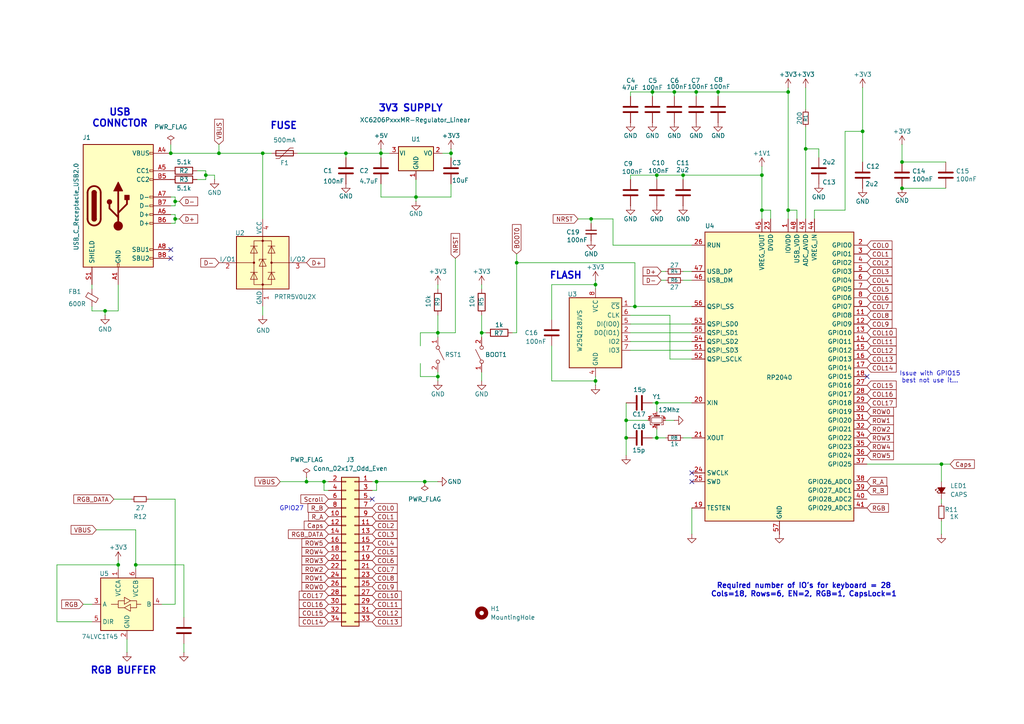
<source format=kicad_sch>
(kicad_sch (version 20231120) (generator "eeschema") (generator_version "8.0")
  (paper "A4")
  (title_block (title "RP2040 Module Board") (date "2025-01-09") (rev "2.0") (company "Michael O'Toole"))
  (junction (at 172.72 82.55))
  (junction (at 39.37 163.83))
  (junction (at 50.8 63.5))
  (junction (at 109.22 139.7))
  (junction (at 228.6 60.96))
  (junction (at 110.49 44.45))
  (junction (at 261.62 54.61))
  (junction (at 172.72 110.49))
  (junction (at 181.61 121.92))
  (junction (at 171.45 63.5))
  (junction (at 190.5 50.8))
  (junction (at 149.86 76.2))
  (junction (at 130.81 44.45))
  (junction (at 127 96.52))
  (junction (at 195.58 26.67))
  (junction (at 250.19 38.1))
  (junction (at 30.48 90.17))
  (junction (at 181.61 127))
  (junction (at 76.2 44.45))
  (junction (at 261.62 46.99))
  (junction (at 198.12 50.8))
  (junction (at 208.28 26.67))
  (junction (at 201.93 26.67))
  (junction (at 189.23 26.67))
  (junction (at 50.8 58.42))
  (junction (at 63.5 44.45))
  (junction (at 220.98 60.96))
  (junction (at 220.98 50.8))
  (junction (at 228.6 26.67))
  (junction (at 123.19 139.7))
  (junction (at 34.29 163.83))
  (junction (at 49.53 44.45))
  (junction (at 273.05 134.62))
  (junction (at 233.68 43.18))
  (junction (at 184.15 88.9))
  (junction (at 190.5 127))
  (junction (at 100.33 44.45))
  (junction (at 120.65 57.15))
  (junction (at 190.5 116.84))
  (junction (at 139.7 96.52))
  (junction (at 127 109.22))
  (junction (at 59.69 50.8))
  (junction (at 93.98 139.7))
  (junction (at 88.9 139.7))
  (no_connect (at 200.66 139.7))
  (no_connect (at 49.53 74.93))
  (no_connect (at 251.46 109.22))
  (no_connect (at 107.95 144.78))
  (no_connect (at 49.53 72.39))
  (no_connect (at 200.66 137.16))
  (wire (pts (xy 198.12 50.8) (xy 220.98 50.8)))
  (wire (pts (xy 110.49 44.45) (xy 113.03 44.45)))
  (wire (pts (xy 201.93 26.67) (xy 201.93 27.94)))
  (wire (pts (xy 123.19 139.7) (xy 109.22 139.7)))
  (wire (pts (xy 34.29 162.56) (xy 34.29 163.83)))
  (wire (pts (xy 120.65 57.15) (xy 120.65 58.42)))
  (wire (pts (xy 190.5 119.38) (xy 190.5 116.84)))
  (wire (pts (xy 49.53 59.69) (xy 50.8 59.69)))
  (wire (pts (xy 127 91.44) (xy 127 96.52)))
  (wire (pts (xy 273.05 154.94) (xy 273.05 151.13)))
  (wire (pts (xy 191.77 81.28) (xy 193.04 81.28)))
  (wire (pts (xy 182.88 96.52) (xy 200.66 96.52)))
  (wire (pts (xy 181.61 127) (xy 181.61 121.92)))
  (wire (pts (xy 233.68 25.4) (xy 233.68 31.75)))
  (wire (pts (xy 62.23 50.8) (xy 62.23 52.07)))
  (wire (pts (xy 50.8 62.23) (xy 50.8 63.5)))
  (wire (pts (xy 233.68 63.5) (xy 233.68 43.18)))
  (wire (pts (xy 220.98 63.5) (xy 220.98 60.96)))
  (wire (pts (xy 120.65 57.15) (xy 130.81 57.15)))
  (wire (pts (xy 237.49 43.18) (xy 237.49 45.72)))
  (wire (pts (xy 50.8 144.78) (xy 50.8 175.26)))
  (wire (pts (xy 228.6 26.67) (xy 228.6 60.96)))
  (wire (pts (xy 200.66 147.32) (xy 200.66 154.94)))
  (wire (pts (xy 120.65 52.07) (xy 120.65 57.15)))
  (wire (pts (xy 160.02 100.33) (xy 160.02 110.49)))
  (wire (pts (xy 201.93 26.67) (xy 208.28 26.67)))
  (wire (pts (xy 127 109.22) (xy 127 110.49)))
  (wire (pts (xy 194.31 91.44) (xy 194.31 104.14)))
  (wire (pts (xy 30.48 90.17) (xy 34.29 90.17)))
  (wire (pts (xy 53.34 163.83) (xy 53.34 179.07)))
  (wire (pts (xy 34.29 90.17) (xy 34.29 82.55)))
  (wire (pts (xy 50.8 64.77) (xy 50.8 63.5)))
  (wire (pts (xy 273.05 134.62) (xy 275.59 134.62)))
  (wire (pts (xy 38.1 144.78) (xy 33.02 144.78)))
  (wire (pts (xy 149.86 76.2) (xy 184.15 76.2)))
  (wire (pts (xy 193.04 121.92) (xy 195.58 121.92)))
  (wire (pts (xy 59.69 50.8) (xy 62.23 50.8)))
  (wire (pts (xy 121.92 96.52) (xy 127 96.52)))
  (wire (pts (xy 220.98 50.8) (xy 220.98 60.96)))
  (wire (pts (xy 59.69 50.8) (xy 59.69 49.53)))
  (wire (pts (xy 149.86 76.2) (xy 149.86 96.52)))
  (wire (pts (xy 127 139.7) (xy 123.19 139.7)))
  (wire (pts (xy 233.68 36.83) (xy 233.68 43.18)))
  (wire (pts (xy 130.81 53.34) (xy 130.81 57.15)))
  (wire (pts (xy 110.49 57.15) (xy 120.65 57.15)))
  (wire (pts (xy 177.8 71.12) (xy 177.8 63.5)))
  (wire (pts (xy 181.61 127) (xy 181.61 132.08)))
  (wire (pts (xy 233.68 43.18) (xy 237.49 43.18)))
  (wire (pts (xy 208.28 26.67) (xy 228.6 26.67)))
  (wire (pts (xy 160.02 110.49) (xy 172.72 110.49)))
  (wire (pts (xy 208.28 26.67) (xy 208.28 27.94)))
  (wire (pts (xy 121.92 109.22) (xy 127 109.22)))
  (wire (pts (xy 76.2 91.44) (xy 76.2 88.9)))
  (wire (pts (xy 39.37 163.83) (xy 53.34 163.83)))
  (wire (pts (xy 190.5 50.8) (xy 190.5 52.07)))
  (wire (pts (xy 50.8 58.42) (xy 50.8 59.69)))
  (wire (pts (xy 139.7 91.44) (xy 139.7 96.52)))
  (wire (pts (xy 189.23 26.67) (xy 189.23 27.94)))
  (wire (pts (xy 110.49 44.45) (xy 110.49 45.72)))
  (wire (pts (xy 171.45 63.5) (xy 167.64 63.5)))
  (wire (pts (xy 27.94 153.67) (xy 39.37 153.67)))
  (wire (pts (xy 181.61 121.92) (xy 187.96 121.92)))
  (wire (pts (xy 139.7 107.95) (xy 139.7 110.49)))
  (wire (pts (xy 223.52 63.5) (xy 223.52 60.96)))
  (wire (pts (xy 49.53 44.45) (xy 63.5 44.45)))
  (wire (pts (xy 190.5 127) (xy 193.04 127)))
  (wire (pts (xy 50.8 58.42) (xy 52.07 58.42)))
  (wire (pts (xy 63.5 44.45) (xy 76.2 44.45)))
  (wire (pts (xy 63.5 41.91) (xy 63.5 44.45)))
  (wire (pts (xy 184.15 88.9) (xy 184.15 76.2)))
  (wire (pts (xy 26.67 90.17) (xy 30.48 90.17)))
  (wire (pts (xy 88.9 138.43) (xy 88.9 139.7)))
  (wire (pts (xy 190.5 116.84) (xy 200.66 116.84)))
  (wire (pts (xy 245.11 60.96) (xy 236.22 60.96)))
  (wire (pts (xy 236.22 63.5) (xy 236.22 60.96)))
  (wire (pts (xy 182.88 91.44) (xy 194.31 91.44)))
  (wire (pts (xy 171.45 63.5) (xy 171.45 64.77)))
  (wire (pts (xy 261.62 41.91) (xy 261.62 46.99)))
  (wire (pts (xy 231.14 63.5) (xy 231.14 60.96)))
  (wire (pts (xy 194.31 104.14) (xy 200.66 104.14)))
  (wire (pts (xy 172.72 81.28) (xy 172.72 82.55)))
  (wire (pts (xy 43.18 144.78) (xy 50.8 144.78)))
  (wire (pts (xy 228.6 60.96) (xy 228.6 63.5)))
  (wire (pts (xy 220.98 48.26) (xy 220.98 50.8)))
  (wire (pts (xy 198.12 81.28) (xy 200.66 81.28)))
  (wire (pts (xy 172.72 110.49) (xy 172.72 109.22)))
  (wire (pts (xy 245.11 38.1) (xy 245.11 60.96)))
  (wire (pts (xy 107.95 142.24) (xy 109.22 142.24)))
  (wire (pts (xy 30.48 90.17) (xy 30.48 91.44)))
  (wire (pts (xy 182.88 52.07) (xy 182.88 50.8)))
  (wire (pts (xy 93.98 142.24) (xy 93.98 139.7)))
  (wire (pts (xy 100.33 44.45) (xy 110.49 44.45)))
  (wire (pts (xy 95.25 142.24) (xy 93.98 142.24)))
  (wire (pts (xy 190.5 127) (xy 189.23 127)))
  (wire (pts (xy 182.88 93.98) (xy 200.66 93.98)))
  (wire (pts (xy 24.13 175.26) (xy 26.67 175.26)))
  (wire (pts (xy 57.15 52.07) (xy 59.69 52.07)))
  (wire (pts (xy 182.88 50.8) (xy 190.5 50.8)))
  (wire (pts (xy 139.7 96.52) (xy 140.97 96.52)))
  (wire (pts (xy 231.14 60.96) (xy 228.6 60.96)))
  (wire (pts (xy 36.83 189.23) (xy 36.83 185.42)))
  (wire (pts (xy 88.9 139.7) (xy 93.98 139.7)))
  (wire (pts (xy 121.92 100.33) (xy 121.92 96.52)))
  (wire (pts (xy 228.6 25.4) (xy 228.6 26.67)))
  (wire (pts (xy 223.52 60.96) (xy 220.98 60.96)))
  (wire (pts (xy 181.61 121.92) (xy 181.61 116.84)))
  (wire (pts (xy 39.37 163.83) (xy 39.37 165.1)))
  (wire (pts (xy 273.05 134.62) (xy 273.05 139.7)))
  (wire (pts (xy 49.53 57.15) (xy 50.8 57.15)))
  (wire (pts (xy 26.67 82.55) (xy 26.67 83.82)))
  (wire (pts (xy 195.58 26.67) (xy 201.93 26.67)))
  (wire (pts (xy 250.19 25.4) (xy 250.19 38.1)))
  (wire (pts (xy 184.15 88.9) (xy 200.66 88.9)))
  (wire (pts (xy 86.36 44.45) (xy 100.33 44.45)))
  (wire (pts (xy 109.22 139.7) (xy 109.22 142.24)))
  (wire (pts (xy 53.34 186.69) (xy 53.34 189.23)))
  (wire (pts (xy 57.15 49.53) (xy 59.69 49.53)))
  (wire (pts (xy 195.58 26.67) (xy 195.58 27.94)))
  (wire (pts (xy 26.67 180.34) (xy 16.51 180.34)))
  (wire (pts (xy 190.5 50.8) (xy 198.12 50.8)))
  (wire (pts (xy 149.86 73.66) (xy 149.86 76.2)))
  (wire (pts (xy 250.19 38.1) (xy 250.19 46.99)))
  (wire (pts (xy 132.08 74.93) (xy 132.08 96.52)))
  (wire (pts (xy 172.72 111.76) (xy 172.72 110.49)))
  (wire (pts (xy 273.05 144.78) (xy 273.05 146.05)))
  (wire (pts (xy 148.59 96.52) (xy 149.86 96.52)))
  (wire (pts (xy 127 96.52) (xy 127 97.79)))
  (wire (pts (xy 189.23 26.67) (xy 195.58 26.67)))
  (wire (pts (xy 251.46 134.62) (xy 273.05 134.62)))
  (wire (pts (xy 110.49 53.34) (xy 110.49 57.15)))
  (wire (pts (xy 127 107.95) (xy 127 109.22)))
  (wire (pts (xy 127 82.55) (xy 127 83.82)))
  (wire (pts (xy 76.2 44.45) (xy 76.2 63.5)))
  (wire (pts (xy 182.88 99.06) (xy 200.66 99.06)))
  (wire (pts (xy 121.92 105.41) (xy 121.92 109.22)))
  (wire (pts (xy 172.72 82.55) (xy 172.72 83.82)))
  (wire (pts (xy 261.62 54.61) (xy 274.32 54.61)))
  (wire (pts (xy 49.53 62.23) (xy 50.8 62.23)))
  (wire (pts (xy 190.5 127) (xy 190.5 124.46)))
  (wire (pts (xy 130.81 43.18) (xy 130.81 44.45)))
  (wire (pts (xy 172.72 82.55) (xy 160.02 82.55)))
  (wire (pts (xy 50.8 57.15) (xy 50.8 58.42)))
  (wire (pts (xy 261.62 46.99) (xy 274.32 46.99)))
  (wire (pts (xy 198.12 50.8) (xy 198.12 52.07)))
  (wire (pts (xy 34.29 163.83) (xy 34.29 165.1)))
  (wire (pts (xy 59.69 52.07) (xy 59.69 50.8)))
  (wire (pts (xy 139.7 96.52) (xy 139.7 97.79)))
  (wire (pts (xy 110.49 43.18) (xy 110.49 44.45)))
  (wire (pts (xy 50.8 63.5) (xy 52.07 63.5)))
  (wire (pts (xy 198.12 78.74) (xy 200.66 78.74)))
  (wire (pts (xy 139.7 82.55) (xy 139.7 83.82)))
  (wire (pts (xy 177.8 71.12) (xy 200.66 71.12)))
  (wire (pts (xy 245.11 38.1) (xy 250.19 38.1)))
  (wire (pts (xy 76.2 44.45) (xy 78.74 44.45)))
  (wire (pts (xy 16.51 180.34) (xy 16.51 163.83)))
  (wire (pts (xy 81.28 139.7) (xy 88.9 139.7)))
  (wire (pts (xy 93.98 139.7) (xy 95.25 139.7)))
  (wire (pts (xy 39.37 153.67) (xy 39.37 163.83)))
  (wire (pts (xy 198.12 127) (xy 200.66 127)))
  (wire (pts (xy 26.67 88.9) (xy 26.67 90.17)))
  (wire (pts (xy 191.77 78.74) (xy 193.04 78.74)))
  (wire (pts (xy 49.53 64.77) (xy 50.8 64.77)))
  (wire (pts (xy 128.27 44.45) (xy 130.81 44.45)))
  (wire (pts (xy 182.88 26.67) (xy 189.23 26.67)))
  (wire (pts (xy 100.33 44.45) (xy 100.33 45.72)))
  (wire (pts (xy 190.5 116.84) (xy 189.23 116.84)))
  (wire (pts (xy 130.81 44.45) (xy 130.81 45.72)))
  (wire (pts (xy 177.8 63.5) (xy 171.45 63.5)))
  (wire (pts (xy 16.51 163.83) (xy 34.29 163.83)))
  (wire (pts (xy 182.88 27.94) (xy 182.88 26.67)))
  (wire (pts (xy 160.02 82.55) (xy 160.02 92.71)))
  (wire (pts (xy 49.53 41.91) (xy 49.53 44.45)))
  (wire (pts (xy 109.22 139.7) (xy 107.95 139.7)))
  (wire (pts (xy 182.88 88.9) (xy 184.15 88.9)))
  (wire (pts (xy 127 96.52) (xy 132.08 96.52)))
  (wire (pts (xy 182.88 101.6) (xy 200.66 101.6)))
  (wire (pts (xy 46.99 175.26) (xy 50.8 175.26)))
  (text "USB\nCONNCTOR" (at 34.798 34.29 0) (effects (font (size 2 2) (thickness 0.4) (bold yes))))
  (text "RGB BUFFER" (at 35.814 194.564 0) (effects (font (size 2 2) (thickness 0.4) (bold yes))))
  (text "GPIO27" (at 84.582 147.574 0) (effects (font (size 1.27 1.27))))
  (text "FLASH" (at 164.084 80.01 0) (effects (font (size 2 2) (thickness 0.4) (bold yes))))
  (text "3V3 SUPPLY" (at 119.126 31.496 0) (effects (font (size 2 2) (thickness 0.4) (bold yes))))
  (text "FUSE" (at 82.296 36.576 0) (effects (font (size 2 2) (thickness 0.4) (bold yes))))
  (text "Issue with GPIO15\nbest not use it..." (at 269.748 109.474 0) (effects (font (size 1.27 1.27))))
  (text "Required number of IO's for keyboard = 28\nCols=18, Rows=6, EN=2, RGB=1, CapsLock=1" (at 233.172 171.196 0) (effects (font (size 1.5 1.5) (thickness 0.3) (bold yes))))
  (global_label "NRST" (shape input) (at 167.64 63.5 180) (property "Intersheetrefs" "${INTERSHEET_REFS}" (effects (hide yes))))
  (global_label "RGB_DATA" (shape input) (at 33.02 144.78 180) (property "Intersheetrefs" "${INTERSHEET_REFS}" (effects (hide yes))))
  (global_label "RGB" (shape input) (at 24.13 175.26 180) (property "Intersheetrefs" "${INTERSHEET_REFS}" (effects (hide yes))))
  (global_label "COL8" (shape input) (at 251.46 91.44 0) (property "Intersheetrefs" "${INTERSHEET_REFS}" (effects (hide yes))))
  (global_label "R_A" (shape input) (at 251.46 139.7 0) (property "Intersheetrefs" "${INTERSHEET_REFS}" (effects (hide yes))))
  (global_label "ROW4" (shape input) (at 251.46 129.54 0) (property "Intersheetrefs" "${INTERSHEET_REFS}" (effects (hide yes))))
  (global_label "ROW1" (shape input) (at 251.46 121.92 0) (property "Intersheetrefs" "${INTERSHEET_REFS}" (effects (hide yes))))
  (global_label "COL1" (shape input) (at 251.46 73.66 0) (property "Intersheetrefs" "${INTERSHEET_REFS}" (effects (hide yes))))
  (global_label "COL4" (shape input) (at 107.95 157.48 0) (property "Intersheetrefs" "${INTERSHEET_REFS}" (effects (hide yes))))
  (global_label "COL9" (shape input) (at 251.46 93.98 0) (property "Intersheetrefs" "${INTERSHEET_REFS}" (effects (hide yes))))
  (global_label "R_B" (shape input) (at 251.46 142.24 0) (property "Intersheetrefs" "${INTERSHEET_REFS}" (effects (hide yes))))
  (global_label "ROW5" (shape input) (at 251.46 132.08 0) (property "Intersheetrefs" "${INTERSHEET_REFS}" (effects (hide yes))))
  (global_label "R_B" (shape input) (at 95.25 147.32 180) (property "Intersheetrefs" "${INTERSHEET_REFS}" (effects (hide yes))))
  (global_label "ROW0" (shape input) (at 95.25 170.18 180) (property "Intersheetrefs" "${INTERSHEET_REFS}" (effects (hide yes))))
  (global_label "VBUS" (shape input) (at 63.5 41.91 90) (property "Intersheetrefs" "${INTERSHEET_REFS}" (effects (hide yes))))
  (global_label "COL5" (shape input) (at 107.95 160.02 0) (property "Intersheetrefs" "${INTERSHEET_REFS}" (effects (hide yes))))
  (global_label "D-" (shape input) (at 191.77 81.28 180) (property "Intersheetrefs" "${INTERSHEET_REFS}" (effects (hide yes))))
  (global_label "D+" (shape input) (at 191.77 78.74 180) (property "Intersheetrefs" "${INTERSHEET_REFS}" (effects (hide yes))))
  (global_label "COL16" (shape input) (at 95.25 175.26 180) (property "Intersheetrefs" "${INTERSHEET_REFS}" (effects (hide yes))))
  (global_label "ROW3" (shape input) (at 251.46 127 0) (property "Intersheetrefs" "${INTERSHEET_REFS}" (effects (hide yes))))
  (global_label "R_A" (shape input) (at 95.25 149.86 180) (property "Intersheetrefs" "${INTERSHEET_REFS}" (effects (hide yes))))
  (global_label "COL14" (shape input) (at 251.46 106.68 0) (property "Intersheetrefs" "${INTERSHEET_REFS}" (effects (hide yes))))
  (global_label "D+" (shape input) (at 52.07 63.5 0) (property "Intersheetrefs" "${INTERSHEET_REFS}" (effects (hide yes))))
  (global_label "ROW1" (shape input) (at 95.25 167.64 180) (property "Intersheetrefs" "${INTERSHEET_REFS}" (effects (hide yes))))
  (global_label "NRST" (shape input) (at 132.08 74.93 90) (property "Intersheetrefs" "${INTERSHEET_REFS}" (effects (hide yes))))
  (global_label "COL13" (shape input) (at 107.95 180.34 0) (property "Intersheetrefs" "${INTERSHEET_REFS}" (effects (hide yes))))
  (global_label "ROW2" (shape input) (at 95.25 165.1 180) (property "Intersheetrefs" "${INTERSHEET_REFS}" (effects (hide yes))))
  (global_label "ROW0" (shape input) (at 251.46 119.38 0) (property "Intersheetrefs" "${INTERSHEET_REFS}" (effects (hide yes))))
  (global_label "ROW5" (shape input) (at 95.25 157.48 180) (property "Intersheetrefs" "${INTERSHEET_REFS}" (effects (hide yes))))
  (global_label "VBUS" (shape input) (at 27.94 153.67 180) (property "Intersheetrefs" "${INTERSHEET_REFS}" (effects (hide yes))))
  (global_label "BOOT0" (shape input) (at 149.86 73.66 90) (property "Intersheetrefs" "${INTERSHEET_REFS}" (effects (hide yes))))
  (global_label "COL6" (shape input) (at 251.46 86.36 0) (property "Intersheetrefs" "${INTERSHEET_REFS}" (effects (hide yes))))
  (global_label "COL7" (shape input) (at 107.95 165.1 0) (property "Intersheetrefs" "${INTERSHEET_REFS}" (effects (hide yes))))
  (global_label "COL10" (shape input) (at 107.95 172.72 0) (property "Intersheetrefs" "${INTERSHEET_REFS}" (effects (hide yes))))
  (global_label "COL16" (shape input) (at 251.46 114.3 0) (property "Intersheetrefs" "${INTERSHEET_REFS}" (effects (hide yes))))
  (global_label "COL13" (shape input) (at 251.46 104.14 0) (property "Intersheetrefs" "${INTERSHEET_REFS}" (effects (hide yes))))
  (global_label "COL11" (shape input) (at 251.46 99.06 0) (property "Intersheetrefs" "${INTERSHEET_REFS}" (effects (hide yes))))
  (global_label "ROW3" (shape input) (at 95.25 162.56 180) (property "Intersheetrefs" "${INTERSHEET_REFS}" (effects (hide yes))))
  (global_label "COL2" (shape input) (at 107.95 152.4 0) (property "Intersheetrefs" "${INTERSHEET_REFS}" (effects (hide yes))))
  (global_label "COL11" (shape input) (at 107.95 175.26 0) (property "Intersheetrefs" "${INTERSHEET_REFS}" (effects (hide yes))))
  (global_label "COL0" (shape input) (at 251.46 71.12 0) (property "Intersheetrefs" "${INTERSHEET_REFS}" (effects (hide yes))))
  (global_label "RGB_DATA" (shape input) (at 95.25 154.94 180) (property "Intersheetrefs" "${INTERSHEET_REFS}" (effects (hide yes))))
  (global_label "COL3" (shape input) (at 251.46 78.74 0) (property "Intersheetrefs" "${INTERSHEET_REFS}" (effects (hide yes))))
  (global_label "COL5" (shape input) (at 251.46 83.82 0) (property "Intersheetrefs" "${INTERSHEET_REFS}" (effects (hide yes))))
  (global_label "COL8" (shape input) (at 107.95 167.64 0) (property "Intersheetrefs" "${INTERSHEET_REFS}" (effects (hide yes))))
  (global_label "COL2" (shape input) (at 251.46 76.2 0) (property "Intersheetrefs" "${INTERSHEET_REFS}" (effects (hide yes))))
  (global_label "VBUS" (shape input) (at 81.28 139.7 180) (property "Intersheetrefs" "${INTERSHEET_REFS}" (effects (hide yes))))
  (global_label "D+" (shape input) (at 88.9 76.2 0) (property "Intersheetrefs" "${INTERSHEET_REFS}" (effects (hide yes))))
  (global_label "Caps" (shape input) (at 95.25 152.4 180) (property "Intersheetrefs" "${INTERSHEET_REFS}" (effects (hide yes))))
  (global_label "Scroll" (shape input) (at 95.25 144.78 180) (property "Intersheetrefs" "${INTERSHEET_REFS}" (effects (hide yes))))
  (global_label "ROW4" (shape input) (at 95.25 160.02 180) (property "Intersheetrefs" "${INTERSHEET_REFS}" (effects (hide yes))))
  (global_label "COL9" (shape input) (at 107.95 170.18 0) (property "Intersheetrefs" "${INTERSHEET_REFS}" (effects (hide yes))))
  (global_label "COL4" (shape input) (at 251.46 81.28 0) (property "Intersheetrefs" "${INTERSHEET_REFS}" (effects (hide yes))))
  (global_label "COL1" (shape input) (at 107.95 149.86 0) (property "Intersheetrefs" "${INTERSHEET_REFS}" (effects (hide yes))))
  (global_label "COL12" (shape input) (at 107.95 177.8 0) (property "Intersheetrefs" "${INTERSHEET_REFS}" (effects (hide yes))))
  (global_label "COL15" (shape input) (at 251.46 111.76 0) (property "Intersheetrefs" "${INTERSHEET_REFS}" (effects (hide yes))))
  (global_label "COL17" (shape input) (at 95.25 172.72 180) (property "Intersheetrefs" "${INTERSHEET_REFS}" (effects (hide yes))))
  (global_label "COL3" (shape input) (at 107.95 154.94 0) (property "Intersheetrefs" "${INTERSHEET_REFS}" (effects (hide yes))))
  (global_label "COL17" (shape input) (at 251.46 116.84 0) (property "Intersheetrefs" "${INTERSHEET_REFS}" (effects (hide yes))))
  (global_label "COL14" (shape input) (at 95.25 180.34 180) (property "Intersheetrefs" "${INTERSHEET_REFS}" (effects (hide yes))))
  (global_label "COL10" (shape input) (at 251.46 96.52 0) (property "Intersheetrefs" "${INTERSHEET_REFS}" (effects (hide yes))))
  (global_label "COL15" (shape input) (at 95.25 177.8 180) (property "Intersheetrefs" "${INTERSHEET_REFS}" (effects (hide yes))))
  (global_label "D-" (shape input) (at 52.07 58.42 0) (property "Intersheetrefs" "${INTERSHEET_REFS}" (effects (hide yes))))
  (global_label "RGB" (shape input) (at 251.46 147.32 0) (property "Intersheetrefs" "${INTERSHEET_REFS}" (effects (hide yes))))
  (global_label "COL12" (shape input) (at 251.46 101.6 0) (property "Intersheetrefs" "${INTERSHEET_REFS}" (effects (hide yes))))
  (global_label "COL6" (shape input) (at 107.95 162.56 0) (property "Intersheetrefs" "${INTERSHEET_REFS}" (effects (hide yes))))
  (global_label "D-" (shape input) (at 63.5 76.2 180) (property "Intersheetrefs" "${INTERSHEET_REFS}" (effects (hide yes))))
  (global_label "Caps" (shape input) (at 275.59 134.62 0) (property "Intersheetrefs" "${INTERSHEET_REFS}" (effects (hide yes))))
  (global_label "COL7" (shape input) (at 251.46 88.9 0) (property "Intersheetrefs" "${INTERSHEET_REFS}" (effects (hide yes))))
  (global_label "COL0" (shape input) (at 107.95 147.32 0) (property "Intersheetrefs" "${INTERSHEET_REFS}" (effects (hide yes))))
  (global_label "ROW2" (shape input) (at 251.46 124.46 0) (property "Intersheetrefs" "${INTERSHEET_REFS}" (effects (hide yes))))
  (symbol (lib_id "Device:R_Small") (at 273.05 148.59 0) (mirror y) (unit 1)
    (property "Reference" "R11" (at 277.876 147.828 0) (effects (justify left)))
    (property "Value" "1K" (at 278.13 149.86 0) (effects (justify left)))
    (property "Footprint" "Resistor_SMD:R_0402_1005Metric" (effects (hide yes)))
    (property "Description" "Resistor, small symbol" (effects (hide yes)))
  )
  (symbol (lib_id "Logic_LevelTranslator:SN74LVC1T45DRL") (at 36.83 175.26 0) (unit 1)
    (property "Reference" "U5" (at 30.226 166.37 0))
    (property "Value" "74LVC1T45" (at 28.956 184.658 0))
    (property "Footprint" "SOT:SOT-26" (effects (hide yes)))
    (property "Description" "1.65V~5.5V 1 1 1.65V~5.5V SOT-26 Translators, Level Shifters ROHS" (effects (hide yes)))
    (property "MPN " "74LVC1T45W6-7" (effects (hide yes)))
    (property "JLCPCB_CORRECTION" "0; 0; 270" (effects (hide yes)))
    (property "LCSC" "C168856" (effects (hide yes)))
  )
  (symbol (lib_id "Device:C") (at 182.88 55.88 0) (unit 1)
    (property "Reference" "C9" (at 180.848 47.498 0) (effects (justify left)))
    (property "Value" "100nF" (at 180.34 49.784 0) (effects (justify left)))
    (property "Footprint" "Capacitor_SMD:C_0402_1005Metric" (effects (hide yes)))
    (property "LCSC" "C307331" (effects (hide yes)))
  )
  (symbol (lib_id "Device:C") (at 201.93 31.75 0) (unit 1)
    (property "Reference" "C7" (at 200.406 23.368 0) (effects (justify left)))
    (property "Value" "100nF" (at 199.39 25.146 0) (effects (justify left)))
    (property "Footprint" "Capacitor_SMD:C_0402_1005Metric" (effects (hide yes)))
    (property "LCSC" "C307331" (effects (hide yes)))
  )
  (symbol (lib_id "Device:Crystal_GND24_Small") (at 190.5 121.92 270) (unit 1)
    (property "Reference" "Y1" (at 190.5 115.062 90))
    (property "Value" "12Mhz" (at 194.056 118.872 90))
    (property "Footprint" "Crystal:Crystal_SMD_3225-4Pin_3.2x2.5mm" (effects (hide yes)))
    (property "Description" "Four pin crystal, GND on pins 2 and 4, small symbol" (effects (hide yes)))
    (property "LCSC" "C20625731" (effects (hide yes)))
    (property "MFP#" "ABM8-272-T3" (effects (hide yes)))
  )
  (symbol (lib_id "Device:C") (at 53.34 182.88 0) (unit 1)
    (property "Reference" "C20" (effects (hide yes)))
    (property "Value" "100nF" (effects (hide yes)))
    (property "Footprint" "Capacitor_SMD:C_0402_1005Metric" (effects (hide yes)))
    (property "LCSC" "C307331" (effects (hide yes)))
  )
  (symbol (lib_id "power:GND") (at 250.19 54.61 0) (unit 1)
    (property "Reference" "#PWR017" (effects (hide yes)))
    (property "Value" "GND" (at 250.19 58.42 0))
    (property "Description" "Power symbol creates a global label with name \"GND\" , ground" (effects (hide yes)))
  )
  (symbol (lib_id "power:+3V3") (at 34.29 162.56 0) (unit 1)
    (property "Reference" "#PWR031" (effects (hide yes)))
    (property "Value" "+3V3" (at 34.29 158.75 0))
    (property "Description" "Power symbol creates a global label with name \"+3V3\"" (effects (hide yes)))
  )
  (symbol (lib_id "power:GND") (at 139.7 110.49 0) (unit 1)
    (property "Reference" "#PWR025" (effects (hide yes)))
    (property "Value" "GND" (at 139.7 114.3 0))
    (property "Description" "Power symbol creates a global label with name \"GND\" , ground" (effects (hide yes)))
  )
  (symbol (lib_id "power:GND") (at 100.33 53.34 0) (unit 1)
    (property "Reference" "#PWR08" (effects (hide yes)))
    (property "Value" "GND" (at 100.33 56.896 0))
    (property "Description" "Power symbol creates a global label with name \"GND\" , ground" (effects (hide yes)))
  )
  (symbol (lib_id "Mechanical:MountingHole") (at 139.7 177.8 0) (unit 1) (exclude_from_sim yes) (in_bom no)
    (property "Reference" "H1" (at 142.24 176.5299 0) (effects (justify left)))
    (property "Value" "MountingHole" (at 142.24 179.0699 0) (effects (justify left)))
    (property "Footprint" "MountingHole:MountingHole_2.2mm_M2" (effects (hide yes)))
    (property "Description" "Mounting Hole without connection" (effects (hide yes)))
  )
  (symbol (lib_id "Device:R_Small") (at 195.58 78.74 90) (mirror x) (unit 1)
    (property "Reference" "R4" (at 195.58 78.74 90) (effects (font (size 1 1))))
    (property "Value" "27" (at 195.58 76.962 90))
    (property "Footprint" "Resistor_SMD:R_0402_1005Metric" (effects (hide yes)))
    (property "Description" "Resistor, small symbol" (effects (hide yes)))
  )
  (symbol (lib_id "power:+3V3") (at 127 82.55 0) (unit 1)
    (property "Reference" "#PWR028" (effects (hide yes)))
    (property "Value" "+3V3" (at 127 78.74 0))
    (property "Description" "Power symbol creates a global label with name \"+3V3\"" (effects (hide yes)))
  )
  (symbol (lib_id "power:GND") (at 76.2 91.44 0) (unit 1)
    (property "Reference" "#PWR023" (effects (hide yes)))
    (property "Value" "GND" (at 76.327 95.8342 0))
    (property "Description" "Power symbol creates a global label with name \"GND\" , ground" (effects (hide yes)))
  )
  (symbol (lib_id "Device:FerriteBead_Small") (at 26.67 86.36 0) (unit 1)
    (property "Reference" "FB1" (at 19.812 84.582 0) (effects (justify left)))
    (property "Value" "600R" (at 19.812 88.138 0) (effects (justify left)))
    (property "Footprint" "DevModules:BEADC1608X95N" (effects (hide yes)))
    (property "Description" "Ferrite bead, small symbol" (effects (hide yes)))
  )
  (symbol (lib_id "Device:R") (at 139.7 87.63 0) (unit 1)
    (property "Reference" "R5" (at 139.573 87.503 90))
    (property "Value" "10k" (at 136.906 87.376 90))
    (property "Footprint" "Resistor_SMD:R_0402_1005Metric" (effects (hide yes)))
  )
  (symbol (lib_id "power:+3V3") (at 130.81 43.18 0) (unit 1)
    (property "Reference" "#PWR05" (effects (hide yes)))
    (property "Value" "+3V3" (at 130.81 39.37 0))
    (property "Description" "Power symbol creates a global label with name \"+3V3\"" (effects (hide yes)))
  )
  (symbol (lib_id "Device:C") (at 110.49 49.53 0) (mirror y) (unit 1)
    (property "Reference" "C2" (at 106.934 49.53 0) (effects (justify left)))
    (property "Value" "4.7uF" (at 109.728 52.578 0) (effects (justify left)))
    (property "Footprint" "Capacitor_SMD:C_0805_2012Metric" (effects (hide yes)))
    (property "LCSC" "C307331" (effects (hide yes)))
  )
  (symbol (lib_id "power:GND") (at 200.66 154.94 0) (mirror y) (unit 1)
    (property "Reference" "#PWR033" (effects (hide yes)))
    (property "Value" "GND" (effects (hide yes)))
    (property "Description" "Power symbol creates a global label with name \"GND\" , ground" (effects (hide yes)))
  )
  (symbol (lib_id "kicad-keyboard-parts:XC6206PxxxMR-Regulator_Linear") (at 120.65 44.45 0) (unit 1)
    (property "Reference" "U1" (at 120.65 40.386 0))
    (property "Value" "XC6206PxxxMR-Regulator_Linear" (at 120.396 34.798 0))
    (property "Footprint" "Package_TO_SOT_SMD:SOT-23" (effects (hide yes)))
    (property "Datasheet" "https://www.torexsemi.com/file/xc6206/XC6206.pdf" (effects (hide yes)))
    (property "LCSC" "C5446" (effects (hide yes)))
  )
  (symbol (lib_id "Device:C") (at 190.5 55.88 0) (unit 1)
    (property "Reference" "C10" (at 188.976 47.244 0) (effects (justify left)))
    (property "Value" "100nF" (at 187.96 49.53 0) (effects (justify left)))
    (property "Footprint" "Capacitor_SMD:C_0402_1005Metric" (effects (hide yes)))
    (property "LCSC" "C307331" (effects (hide yes)))
  )
  (symbol (lib_id "power:PWR_FLAG") (at 123.19 139.7 180) (unit 1)
    (property "Reference" "#FLG03" (effects (hide yes)))
    (property "Value" "PWR_FLAG" (at 123.19 144.78 0))
    (property "Description" "Special symbol for telling ERC where power comes from" (effects (hide yes)))
  )
  (symbol (lib_id "Switch:SW_SPST") (at 139.7 102.87 90) (unit 1)
    (property "Reference" "BOOT1" (at 140.716 102.87 90) (effects (justify right)))
    (property "Value" "SW_SPST" (effects (hide yes)))
    (property "Footprint" "Button_Switch_SMD:SW_SPST_TL3342" (effects (hide yes)))
  )
  (symbol (lib_id "Device:C") (at 195.58 31.75 0) (unit 1)
    (property "Reference" "C6" (at 194.31 23.368 0) (effects (justify left)))
    (property "Value" "100nF" (at 193.294 25.146 0) (effects (justify left)))
    (property "Footprint" "Capacitor_SMD:C_0402_1005Metric" (effects (hide yes)))
    (property "LCSC" "C307331" (effects (hide yes)))
  )
  (symbol (lib_id "power:GND") (at 181.61 132.08 0) (mirror y) (unit 1)
    (property "Reference" "#PWR029" (effects (hide yes)))
    (property "Value" "GND" (effects (hide yes)))
    (property "Description" "Power symbol creates a global label with name \"GND\" , ground" (effects (hide yes)))
  )
  (symbol (lib_id "power:+3V3") (at 228.6 25.4 0) (unit 1)
    (property "Reference" "#PWR01" (effects (hide yes)))
    (property "Value" "+3V3" (at 228.6 21.59 0))
    (property "Description" "Power symbol creates a global label with name \"+3V3\"" (effects (hide yes)))
  )
  (symbol (lib_id "Memory_Flash:W25Q128JVS") (at 172.72 96.52 0) (mirror y) (unit 1)
    (property "Reference" "U3" (at 167.386 85.344 0) (effects (justify left)))
    (property "Value" "W25Q128JVS" (at 168.148 102.108 90) (effects (justify left)))
    (property "Footprint" "MyComponents:SOIC_128JVSIQ_WIN" (effects (hide yes)))
    (property "Datasheet" "https://www.winbond.com/resource-files/w25q128jv_dtr%20revc%2003272018%20plus.pdf" (effects (hide yes)))
    (property "Description" "128Mb Serial Flash Memory, Standard/Dual/Quad SPI, SOIC-8" (effects (hide yes)))
    (property "LCSC" "C97521" (effects (hide yes)))
    (property "Mfr. Part #" "W25Q128JVSIQ" (effects (hide yes)))
    (property "Package" "SOIC-8-208mil" (effects (hide yes)))
  )
  (symbol (lib_id "Device:C") (at 185.42 116.84 270) (mirror x) (unit 1)
    (property "Reference" "C17" (at 183.388 120.142 90) (effects (justify left)))
    (property "Value" "15p" (at 183.642 113.03 90) (effects (justify left)))
    (property "Footprint" "Capacitor_SMD:C_0402_1005Metric" (effects (hide yes)))
    (property "LCSC" "C307331" (effects (hide yes)))
  )
  (symbol (lib_id "Power_Protection:PRTR5V0U2X") (at 76.2 76.2 0) (unit 1)
    (property "Reference" "U2" (at 69.596 67.564 0))
    (property "Value" "PRTR5V0U2X" (at 85.598 86.106 0))
    (property "Footprint" "Package_TO_SOT_SMD:SOT-143" (effects (hide yes)))
    (property "Datasheet" "https://assets.nexperia.com/documents/data-sheet/PRTR5V0U2X.pdf" (effects (hide yes)))
    (property "LCSC" "C2827688" (effects (hide yes)))
    (property "JlcRotOffset" "90" (effects (hide yes)))
    (property "MFP#" "PRTR5V0U2X" (effects (hide yes)))
  )
  (symbol (lib_id "power:GND") (at 273.05 154.94 0) (mirror y) (unit 1)
    (property "Reference" "#PWR044" (effects (hide yes)))
    (property "Value" "GND" (effects (hide yes)))
    (property "Description" "Power symbol creates a global label with name \"GND\" , ground" (effects (hide yes)))
  )
  (symbol (lib_id "Device:R") (at 53.34 49.53 270) (unit 1)
    (property "Reference" "R2" (at 53.34 49.53 90))
    (property "Value" "5.1k" (at 53.34 46.99 90))
    (property "Footprint" "Resistor_SMD:R_0402_1005Metric" (effects (hide yes)))
  )
  (symbol (lib_id "power:GND") (at 237.49 53.34 0) (unit 1)
    (property "Reference" "#PWR018" (effects (hide yes)))
    (property "Value" "GND" (at 237.49 57.15 0))
    (property "Description" "Power symbol creates a global label with name \"GND\" , ground" (effects (hide yes)))
  )
  (symbol (lib_id "power:GND") (at 182.88 59.69 0) (unit 1)
    (property "Reference" "#PWR014" (effects (hide yes)))
    (property "Value" "GND" (at 182.88 63.5 0))
    (property "Description" "Power symbol creates a global label with name \"GND\" , ground" (effects (hide yes)))
  )
  (symbol (lib_id "power:PWR_FLAG") (at 49.53 41.91 0) (unit 1)
    (property "Reference" "#FLG01" (effects (hide yes)))
    (property "Value" "PWR_FLAG" (at 49.53 36.83 0))
    (property "Description" "Special symbol for telling ERC where power comes from" (effects (hide yes)))
  )
  (symbol (lib_id "power:+3V3") (at 261.62 41.91 0) (unit 1)
    (property "Reference" "#PWR06" (effects (hide yes)))
    (property "Value" "+3V3" (at 261.62 38.1 0))
    (property "Description" "Power symbol creates a global label with name \"+3V3\"" (effects (hide yes)))
  )
  (symbol (lib_id "power:GND") (at 195.58 35.56 0) (unit 1)
    (property "Reference" "#PWR011" (effects (hide yes)))
    (property "Value" "GND" (at 195.58 39.37 0))
    (property "Description" "Power symbol creates a global label with name \"GND\" , ground" (effects (hide yes)))
  )
  (symbol (lib_id "power:GND") (at 226.06 154.94 0) (mirror y) (unit 1)
    (property "Reference" "#PWR034" (effects (hide yes)))
    (property "Value" "GND" (effects (hide yes)))
    (property "Description" "Power symbol creates a global label with name \"GND\" , ground" (effects (hide yes)))
  )
  (symbol (lib_id "power:GND") (at 195.58 121.92 90) (mirror x) (unit 1)
    (property "Reference" "#PWR027" (effects (hide yes)))
    (property "Value" "GND" (effects (hide yes)))
    (property "Description" "Power symbol creates a global label with name \"GND\" , ground" (effects (hide yes)))
  )
  (symbol (lib_id "Device:R_Small") (at 233.68 34.29 0) (mirror x) (unit 1)
    (property "Reference" "R1" (at 233.68 34.29 90) (effects (font (size 1 1))))
    (property "Value" "200" (at 231.902 34.29 90))
    (property "Footprint" "Resistor_SMD:R_0402_1005Metric" (effects (hide yes)))
    (property "Description" "Resistor, small symbol" (effects (hide yes)))
  )
  (symbol (lib_id "Device:C") (at 208.28 31.75 0) (unit 1)
    (property "Reference" "C8" (at 207.01 23.114 0) (effects (justify left)))
    (property "Value" "100nF" (at 205.74 25.146 0) (effects (justify left)))
    (property "Footprint" "Capacitor_SMD:C_0402_1005Metric" (effects (hide yes)))
    (property "LCSC" "C307331" (effects (hide yes)))
  )
  (symbol (lib_id "power:+3V3") (at 172.72 81.28 0) (unit 1)
    (property "Reference" "#PWR022" (effects (hide yes)))
    (property "Value" "+3V3" (at 172.72 77.47 0))
    (property "Description" "Power symbol creates a global label with name \"+3V3\"" (effects (hide yes)))
  )
  (symbol (lib_id "power:GND") (at 208.28 35.56 0) (unit 1)
    (property "Reference" "#PWR013" (effects (hide yes)))
    (property "Value" "GND" (at 208.28 39.37 0))
    (property "Description" "Power symbol creates a global label with name \"GND\" , ground" (effects (hide yes)))
  )
  (symbol (lib_id "Device:R") (at 144.78 96.52 90) (unit 1)
    (property "Reference" "R7" (at 144.653 96.647 90))
    (property "Value" "1k" (at 144.78 94.234 90))
    (property "Footprint" "Resistor_SMD:R_0402_1005Metric" (effects (hide yes)))
  )
  (symbol (lib_id "Device:R_Small") (at 40.64 144.78 270) (mirror x) (unit 1)
    (property "Reference" "R12" (at 40.64 149.86 90))
    (property "Value" "27" (at 40.64 147.32 90))
    (property "Footprint" "Resistor_SMD:R_0402_1005Metric" (effects (hide yes)))
    (property "Description" "Resistor, small symbol" (effects (hide yes)))
    (property "LCSC" "C25100" (effects (hide yes)))
    (property "MP#" "0402WGF270JTCE" (effects (hide yes)))
  )
  (symbol (lib_id "power:GND") (at 261.62 54.61 0) (unit 1)
    (property "Reference" "#PWR019" (effects (hide yes)))
    (property "Value" "GND" (at 261.62 58.166 0))
    (property "Description" "Power symbol creates a global label with name \"GND\" , ground" (effects (hide yes)))
  )
  (symbol (lib_id "MCU_RaspberryPi:RP2040") (at 226.06 109.22 0) (unit 1)
    (property "Reference" "U4" (at 204.47 65.532 0) (effects (justify left)))
    (property "Value" "RP2040" (at 222.25 109.474 0) (effects (justify left)))
    (property "Footprint" "Package_DFN_QFN:QFN-56-1EP_7x7mm_P0.4mm_EP3.2x3.2mm" (effects (hide yes)))
    (property "Datasheet" "https://datasheets.raspberrypi.com/rp2040/rp2040-datasheet.pdf" (effects (hide yes)))
    (property "Description" "A microcontroller by Raspberry Pi" (effects (hide yes)))
    (property "LCSC" "C2040" (effects (hide yes)))
    (property "MFP#" "RP2040" (effects (hide yes)))
  )
  (symbol (lib_id "power:+3V3") (at 250.19 25.4 0) (unit 1)
    (property "Reference" "#PWR02" (effects (hide yes)))
    (property "Value" "+3V3" (at 250.19 21.59 0))
    (property "Description" "Power symbol creates a global label with name \"+3V3\"" (effects (hide yes)))
  )
  (symbol (lib_id "power:GND") (at 182.88 35.56 0) (unit 1)
    (property "Reference" "#PWR09" (effects (hide yes)))
    (property "Value" "GND" (at 182.88 39.37 0))
    (property "Description" "Power symbol creates a global label with name \"GND\" , ground" (effects (hide yes)))
  )
  (symbol (lib_id "power:GND") (at 198.12 59.69 0) (unit 1)
    (property "Reference" "#PWR016" (effects (hide yes)))
    (property "Value" "GND" (at 198.12 63.5 0))
    (property "Description" "Power symbol creates a global label with name \"GND\" , ground" (effects (hide yes)))
  )
  (symbol (lib_id "Device:C") (at 261.62 50.8 0) (unit 1)
    (property "Reference" "C14" (at 264.541 49.6316 0) (effects (justify left)))
    (property "Value" "100nF" (at 264.541 51.943 0) (effects (justify left)))
    (property "Footprint" "Capacitor_SMD:C_0402_1005Metric" (effects (hide yes)))
    (property "LCSC" "C307331" (effects (hide yes)))
  )
  (symbol (lib_id "Device:R") (at 53.34 52.07 90) (unit 1)
    (property "Reference" "R3" (at 53.34 52.07 90))
    (property "Value" "5.1k" (at 53.34 54.61 90))
    (property "Footprint" "Resistor_SMD:R_0402_1005Metric" (effects (hide yes)))
  )
  (symbol (lib_id "Device:LED_Small_Filled") (at 273.05 142.24 90) (unit 1)
    (property "Reference" "LED1" (at 275.59 140.9064 90) (effects (justify right)))
    (property "Value" "CAPS" (at 275.59 143.4464 90) (effects (justify right)))
    (property "Footprint" "LED_SMD:LED_0805_2012Metric" (effects (hide yes)))
    (property "Description" "Light emitting diode, small symbol, filled shape" (effects (hide yes)))
  )
  (symbol (lib_id "Device:C") (at 160.02 96.52 0) (unit 1)
    (property "Reference" "C16" (at 152.146 96.52 0) (effects (justify left)))
    (property "Value" "100nF" (at 152.4 99.06 0) (effects (justify left)))
    (property "Footprint" "Capacitor_SMD:C_0402_1005Metric" (effects (hide yes)))
    (property "LCSC" "C307331" (effects (hide yes)))
  )
  (symbol (lib_id "Device:Polyfuse") (at 82.55 44.45 90) (unit 1)
    (property "Reference" "F1" (at 82.55 47.244 90))
    (property "Value" "500mA" (at 82.55 40.64 90))
    (property "Footprint" "Fuse:Fuse_1206_3216Metric" (effects (hide yes)))
    (property "LCSC" "C135341" (effects (hide yes)))
  )
  (symbol (lib_id "power:+5V") (at 110.49 43.18 0) (unit 1)
    (property "Reference" "#PWR04" (effects (hide yes)))
    (property "Value" "+5V" (at 110.49 39.37 0))
    (property "Description" "Power symbol creates a global label with name \"+5V\"" (effects (hide yes)))
  )
  (symbol (lib_id "Device:R_Small") (at 195.58 81.28 90) (mirror x) (unit 1)
    (property "Reference" "R6" (at 195.58 81.28 90) (effects (font (size 1 1))))
    (property "Value" "27" (at 195.58 83.312 90))
    (property "Footprint" "Resistor_SMD:R_0402_1005Metric" (effects (hide yes)))
    (property "Description" "Resistor, small symbol" (effects (hide yes)))
  )
  (symbol (lib_id "power:GND") (at 30.48 91.44 0) (unit 1)
    (property "Reference" "#PWR024" (effects (hide yes)))
    (property "Value" "GND" (at 30.48 95.504 0))
    (property "Description" "Power symbol creates a global label with name \"GND\" , ground" (effects (hide yes)))
  )
  (symbol (lib_id "power:GND") (at 127 139.7 90) (mirror x) (unit 1)
    (property "Reference" "#PWR030" (effects (hide yes)))
    (property "Value" "GND" (at 129.794 139.7 90) (effects (justify right)))
    (property "Description" "Power symbol creates a global label with name \"GND\" , ground" (effects (hide yes)))
  )
  (symbol (lib_id "power:GND") (at 62.23 52.07 0) (unit 1)
    (property "Reference" "#PWR07" (effects (hide yes)))
    (property "Value" "GND" (at 62.23 55.88 0))
    (property "Description" "Power symbol creates a global label with name \"GND\" , ground" (effects (hide yes)))
  )
  (symbol (lib_id "Device:C") (at 182.88 31.75 0) (unit 1)
    (property "Reference" "C4" (at 181.61 23.368 0) (effects (justify left)))
    (property "Value" "47uF" (at 180.34 25.4 0) (effects (justify left)))
    (property "Footprint" "Capacitor_SMD:C_0805_2012Metric" (effects (hide yes)))
    (property "LCSC" "C307331" (effects (hide yes)))
  )
  (symbol (lib_id "power:+3V3") (at 233.68 25.4 0) (unit 1)
    (property "Reference" "#PWR03" (effects (hide yes)))
    (property "Value" "+3V3" (at 233.68 21.59 0))
    (property "Description" "Power symbol creates a global label with name \"+3V3\"" (effects (hide yes)))
  )
  (symbol (lib_id "power:+1V1") (at 220.98 48.26 0) (unit 1)
    (property "Reference" "#PWR043" (effects (hide yes)))
    (property "Value" "+1V1" (at 220.98 44.45 0))
    (property "Description" "Power symbol creates a global label with name \"+1V1\"" (effects (hide yes)))
  )
  (symbol (lib_id "Device:C_Small") (at 171.45 67.31 0) (mirror y) (unit 1)
    (property "Reference" "C19" (at 168.148 67.31 0) (effects (justify left)))
    (property "Value" "100nF" (at 170.434 69.596 0) (effects (justify left)))
    (property "Footprint" "Capacitor_SMD:C_0402_1005Metric" (effects (hide yes)))
    (property "LCSC" "C307331" (effects (hide yes)))
  )
  (symbol (lib_id "Device:C") (at 274.32 50.8 0) (unit 1)
    (property "Reference" "C15" (at 277.241 49.6316 0) (effects (justify left)))
    (property "Value" "100nF" (at 277.241 51.943 0) (effects (justify left)))
    (property "Footprint" "Capacitor_SMD:C_0402_1005Metric" (effects (hide yes)))
    (property "LCSC" "C307331" (effects (hide yes)))
  )
  (symbol (lib_id "power:GND") (at 120.65 58.42 0) (unit 1)
    (property "Reference" "#PWR020" (effects (hide yes)))
    (property "Value" "GND" (at 120.65 61.976 0))
    (property "Description" "Power symbol creates a global label with name \"GND\" , ground" (effects (hide yes)))
  )
  (symbol (lib_id "Connector_Generic:Conn_02x17_Odd_Even") (at 102.87 160.02 0) (mirror y) (unit 1)
    (property "Reference" "J3" (at 101.6 133.35 0))
    (property "Value" "Conn_02x17_Odd_Even" (at 101.6 135.89 0))
    (property "Footprint" "MyConnectors:IDC_2X17_1.27MM" (effects (hide yes)))
    (property "Description" "Generic connector, double row, 02x17, odd/even pin numbering scheme (row 1 odd numbers, row 2 even numbers), script generated (kicad-library-utils/schlib/autogen/connector/)" (effects (hide yes)))
    (property "LCSC" "C5147222" (effects (hide yes)))
  )
  (symbol (lib_id "power:GND") (at 53.34 189.23 0) (mirror y) (unit 1)
    (property "Reference" "#PWR035" (effects (hide yes)))
    (property "Value" "GND" (effects (hide yes)))
    (property "Description" "Power symbol creates a global label with name \"GND\" , ground" (effects (hide yes)))
  )
  (symbol (lib_id "power:GND") (at 190.5 59.69 0) (unit 1)
    (property "Reference" "#PWR015" (effects (hide yes)))
    (property "Value" "GND" (at 190.5 63.5 0))
    (property "Description" "Power symbol creates a global label with name \"GND\" , ground" (effects (hide yes)))
  )
  (symbol (lib_id "Switch:SW_SPST") (at 127 102.87 270) (unit 1)
    (property "Reference" "RST1" (at 129.032 102.87 90) (effects (justify left)))
    (property "Value" "SW_SPST" (effects (hide yes)))
    (property "Footprint" "Button_Switch_SMD:SW_SPST_TL3342" (effects (hide yes)))
  )
  (symbol (lib_id "power:PWR_FLAG") (at 88.9 138.43 0) (unit 1)
    (property "Reference" "#FLG02" (effects (hide yes)))
    (property "Value" "PWR_FLAG" (at 88.9 133.35 0))
    (property "Description" "Special symbol for telling ERC where power comes from" (effects (hide yes)))
  )
  (symbol (lib_id "Device:R") (at 127 87.63 0) (unit 1)
    (property "Reference" "R9" (at 126.873 87.503 90))
    (property "Value" "10k" (at 124.206 87.376 90))
    (property "Footprint" "Resistor_SMD:R_0402_1005Metric" (effects (hide yes)))
  )
  (symbol (lib_id "power:GND") (at 189.23 35.56 0) (unit 1)
    (property "Reference" "#PWR010" (effects (hide yes)))
    (property "Value" "GND" (at 189.23 39.37 0))
    (property "Description" "Power symbol creates a global label with name \"GND\" , ground" (effects (hide yes)))
  )
  (symbol (lib_id "Device:C") (at 185.42 127 270) (mirror x) (unit 1)
    (property "Reference" "C18" (at 183.388 123.698 90) (effects (justify left)))
    (property "Value" "15p" (at 183.388 130.556 90) (effects (justify left)))
    (property "Footprint" "Capacitor_SMD:C_0402_1005Metric" (effects (hide yes)))
    (property "LCSC" "C307331" (effects (hide yes)))
  )
  (symbol (lib_id "power:GND") (at 201.93 35.56 0) (unit 1)
    (property "Reference" "#PWR012" (effects (hide yes)))
    (property "Value" "GND" (at 201.93 39.37 0))
    (property "Description" "Power symbol creates a global label with name \"GND\" , ground" (effects (hide yes)))
  )
  (symbol (lib_id "Device:C") (at 130.81 49.53 0) (unit 1)
    (property "Reference" "C3" (at 131.064 47.244 0) (effects (justify left)))
    (property "Value" "10uF" (at 131.064 52.324 0) (effects (justify left)))
    (property "Footprint" "Capacitor_SMD:C_0805_2012Metric" (effects (hide yes)))
    (property "LCSC" "C307331" (effects (hide yes)))
  )
  (symbol (lib_id "Device:C") (at 237.49 49.53 0) (unit 1)
    (property "Reference" "C13" (at 238.506 52.832 0) (effects (justify left)))
    (property "Value" "2u2" (at 238.506 46.99 0) (effects (justify left)))
    (property "Footprint" "Capacitor_SMD:C_0805_2012Metric" (effects (hide yes)))
    (property "LCSC" "C307331" (effects (hide yes)))
  )
  (symbol (lib_id "Device:C") (at 100.33 49.53 0) (unit 1)
    (property "Reference" "C1" (at 93.726 49.53 0) (effects (justify left)))
    (property "Value" "100nF" (at 93.726 52.578 0) (effects (justify left)))
    (property "Footprint" "Capacitor_SMD:C_0402_1005Metric" (effects (hide yes)))
    (property "LCSC" "C307331" (effects (hide yes)))
  )
  (symbol (lib_id "power:GND") (at 171.45 69.85 0) (unit 1)
    (property "Reference" "#PWR036" (effects (hide yes)))
    (property "Value" "GND" (at 171.45 73.66 0))
    (property "Description" "Power symbol creates a global label with name \"GND\" , ground" (effects (hide yes)))
  )
  (symbol (lib_id "power:GND") (at 36.83 189.23 0) (unit 1)
    (property "Reference" "#PWR037" (effects (hide yes)))
    (property "Value" "GND" (effects (hide yes)))
    (property "Description" "Power symbol creates a global label with name \"GND\" , ground" (effects (hide yes)))
  )
  (symbol (lib_id "Device:R_Small") (at 195.58 127 90) (mirror x) (unit 1)
    (property "Reference" "R8" (at 196.596 127 90) (effects (font (size 1 1)) (justify left)))
    (property "Value" "1k" (at 196.85 128.778 90) (effects (justify left)))
    (property "Footprint" "Resistor_SMD:R_0402_1005Metric" (effects (hide yes)))
    (property "Description" "Resistor, small symbol" (effects (hide yes)))
  )
  (symbol (lib_id "Device:C") (at 250.19 50.8 0) (unit 1)
    (property "Reference" "C12" (at 251.206 48.26 0) (effects (justify left)))
    (property "Value" "2u2" (at 250.952 53.34 0) (effects (justify left)))
    (property "Footprint" "Capacitor_SMD:C_0805_2012Metric" (effects (hide yes)))
    (property "LCSC" "C307331" (effects (hide yes)))
  )
  (symbol (lib_id "power:GND") (at 172.72 111.76 0) (mirror y) (unit 1)
    (property "Reference" "#PWR026" (effects (hide yes)))
    (property "Value" "GND" (effects (hide yes)))
    (property "Description" "Power symbol creates a global label with name \"GND\" , ground" (effects (hide yes)))
  )
  (symbol (lib_id "Device:C") (at 189.23 31.75 0) (unit 1)
    (property "Reference" "C5" (at 187.96 23.368 0) (effects (justify left)))
    (property "Value" "100nF" (at 186.182 25.4 0) (effects (justify left)))
    (property "Footprint" "Capacitor_SMD:C_0402_1005Metric" (effects (hide yes)))
    (property "LCSC" "C307331" (effects (hide yes)))
  )
  (symbol (lib_id "Connector:USB_C_Receptacle_USB2.0_16P") (at 34.29 59.69 0) (unit 1)
    (property "Reference" "J1" (at 25.146 39.878 0))
    (property "Value" "USB_C_Receptacle_USB2.0" (at 22.098 59.944 90))
    (property "Footprint" "MyConnectors:USB_C_31-M-12" (effects (hide yes)))
    (property "Datasheet" "https://www.usb.org/sites/default/files/documents/usb_type-c.zip" (effects (hide yes)))
    (property "Description" "USB 2.0-only 16P Type-C Receptacle connector" (effects (hide yes)))
    (property "JlcRotOffset" "180" (effects (hide yes)))
    (property "JlcPosOffset" "0,1.5" (effects (hide yes)))
    (property "LCSC" "C5337088" (effects (hide yes)))
    (property "MFP#" "TYPE-C-31-M-12A" (effects (hide yes)))
  )
  (symbol (lib_id "Device:C") (at 198.12 55.88 0) (unit 1)
    (property "Reference" "C11" (at 196.088 47.244 0) (effects (justify left)))
    (property "Value" "2u2" (at 196.088 49.276 0) (effects (justify left)))
    (property "Footprint" "Capacitor_SMD:C_0805_2012Metric" (effects (hide yes)))
    (property "LCSC" "C307331" (effects (hide yes)))
  )
  (symbol (lib_id "power:GND") (at 127 110.49 0) (mirror y) (unit 1)
    (property "Reference" "#PWR032" (effects (hide yes)))
    (property "Value" "GND" (at 127 114.3 0))
    (property "Description" "Power symbol creates a global label with name \"GND\" , ground" (effects (hide yes)))
  )
  (symbol (lib_id "power:+3V3") (at 139.7 82.55 0) (mirror y) (unit 1)
    (property "Reference" "#PWR021" (effects (hide yes)))
    (property "Value" "+3V3" (at 139.7 78.74 0))
    (property "Description" "Power symbol creates a global label with name \"+3V3\"" (effects (hide yes)))
  )
)
</source>
